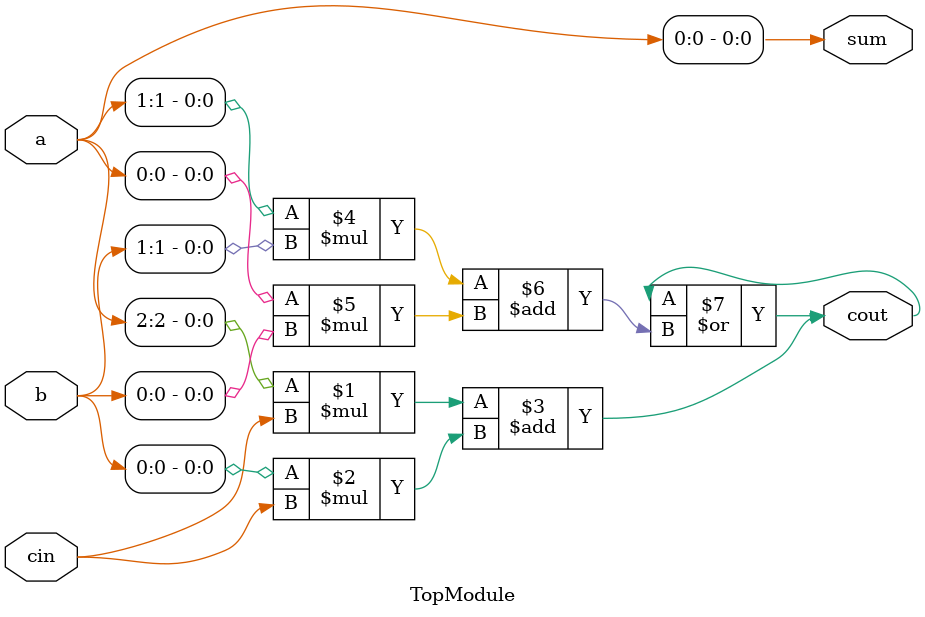
<source format=sv>

module TopModule(
    // Input signals
    input [2:0] a,  // bits to be added
    input [1:0] b,  // other bit to be added
    input cin,     // carry-in from previous adder
    // Output signals
    output cout,   // carry-out of the full adder
    output sum     // sum of the three inputs
);

// Assign outputs based on input values
assign cout = a[2]*cin + b[0]*cin;
assign cout = cout | (a[1]*b[1] + a[0]*b[0]);
assign sum  = {a[2], a[1], a[0]};
endmodule

// VERILOG-EVAL: abnormal backticks count
// VERILOG-EVAL: errant inclusion of module definition

</source>
